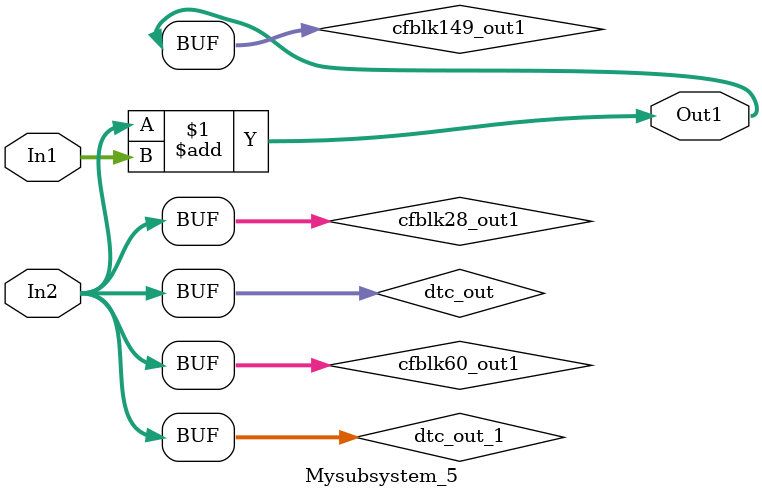
<source format=v>



`timescale 1 ns / 1 ns

module Mysubsystem_5
          (In1,
           In2,
           Out1);


  input   [7:0] In1;  // uint8
  input   [7:0] In2;  // uint8
  output  [7:0] Out1;  // uint8


  wire [7:0] dtc_out;  // ufix8
  wire [7:0] cfblk28_out1;  // uint8
  wire [7:0] dtc_out_1;  // ufix8
  wire [7:0] cfblk60_out1;  // uint8
  wire [7:0] cfblk149_out1;  // uint8


  assign dtc_out = In2;



  assign cfblk28_out1 = dtc_out;



  assign dtc_out_1 = cfblk28_out1;



  assign cfblk60_out1 = dtc_out_1;



  assign cfblk149_out1 = cfblk60_out1 + In1;



  assign Out1 = cfblk149_out1;

endmodule  // Mysubsystem_5


</source>
